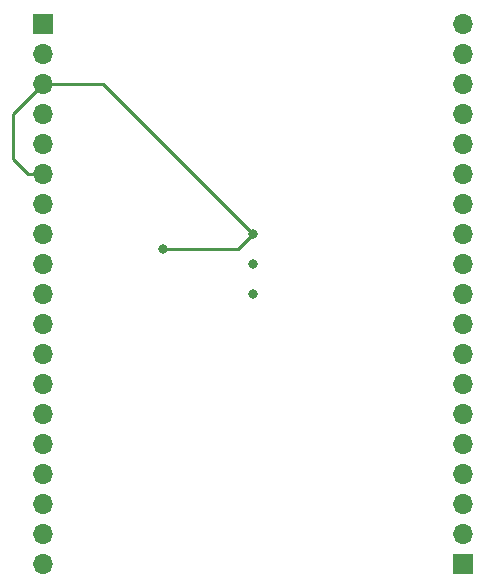
<source format=gbr>
G04 #@! TF.GenerationSoftware,KiCad,Pcbnew,(5.1.5)-3*
G04 #@! TF.CreationDate,2021-03-02T00:32:15-05:00*
G04 #@! TF.ProjectId,adc7953-breakout,61646337-3935-4332-9d62-7265616b6f75,rev?*
G04 #@! TF.SameCoordinates,Original*
G04 #@! TF.FileFunction,Copper,L2,Bot*
G04 #@! TF.FilePolarity,Positive*
%FSLAX46Y46*%
G04 Gerber Fmt 4.6, Leading zero omitted, Abs format (unit mm)*
G04 Created by KiCad (PCBNEW (5.1.5)-3) date 2021-03-02 00:32:15*
%MOMM*%
%LPD*%
G04 APERTURE LIST*
%ADD10O,1.700000X1.700000*%
%ADD11R,1.700000X1.700000*%
%ADD12C,0.800000*%
%ADD13C,0.250000*%
G04 APERTURE END LIST*
D10*
X177800000Y-77470000D03*
X177800000Y-80010000D03*
X177800000Y-82550000D03*
X177800000Y-85090000D03*
X177800000Y-87630000D03*
X177800000Y-90170000D03*
X177800000Y-92710000D03*
X177800000Y-95250000D03*
X177800000Y-97790000D03*
X177800000Y-100330000D03*
X177800000Y-102870000D03*
X177800000Y-105410000D03*
X177800000Y-107950000D03*
X177800000Y-110490000D03*
X177800000Y-113030000D03*
X177800000Y-115570000D03*
X177800000Y-118110000D03*
X177800000Y-120650000D03*
D11*
X177800000Y-123190000D03*
D10*
X142240000Y-123190000D03*
X142240000Y-120650000D03*
X142240000Y-118110000D03*
X142240000Y-115570000D03*
X142240000Y-113030000D03*
X142240000Y-110490000D03*
X142240000Y-107950000D03*
X142240000Y-105410000D03*
X142240000Y-102870000D03*
X142240000Y-100330000D03*
X142240000Y-97790000D03*
X142240000Y-95250000D03*
X142240000Y-92710000D03*
X142240000Y-90170000D03*
X142240000Y-87630000D03*
X142240000Y-85090000D03*
X142240000Y-82550000D03*
X142240000Y-80010000D03*
D11*
X142240000Y-77470000D03*
D12*
X152400000Y-96520000D03*
X160020000Y-95250000D03*
X160020000Y-97790000D03*
X160020000Y-100330000D03*
D13*
X158750000Y-96520000D02*
X160020000Y-95250000D01*
X152400000Y-96520000D02*
X158750000Y-96520000D01*
X147320000Y-82550000D02*
X160020000Y-95250000D01*
X142240000Y-82550000D02*
X147320000Y-82550000D01*
X142240000Y-90170000D02*
X140970000Y-90170000D01*
X140970000Y-90170000D02*
X139700000Y-88900000D01*
X139700000Y-85090000D02*
X142240000Y-82550000D01*
X139700000Y-88900000D02*
X139700000Y-85090000D01*
M02*

</source>
